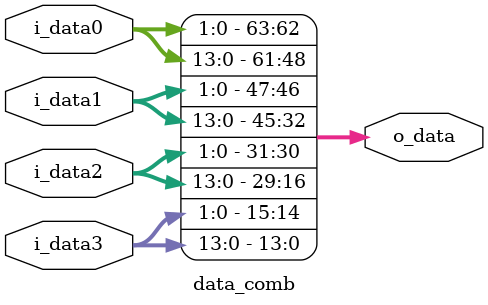
<source format=v>
`timescale 1ns / 1ps


module data_comb #(
    parameter I_WIDTH = 14,
    parameter O_WIDTH = 64
    )(
    input [I_WIDTH-1:0]     i_data0,
    input [I_WIDTH-1:0]     i_data1,
    input [I_WIDTH-1:0]     i_data2,
    input [I_WIDTH-1:0]     i_data3,
    output [O_WIDTH-1:0]    o_data
    );
    
//    assign  o_data   =   {^i_data0[13:7],^i_data0[6:0],i_data0,^i_data1[13:7],^i_data1[6:0],i_data1,^i_data2[13:7],^i_data2[6:0],i_data2,^i_data3[13:7],^i_data3[6:0],i_data3};
    assign  o_data   =   {i_data0[1:0],i_data0,i_data1[1:0],i_data1,i_data2[1:0],i_data2,i_data3[1:0],i_data3};
    
endmodule

</source>
